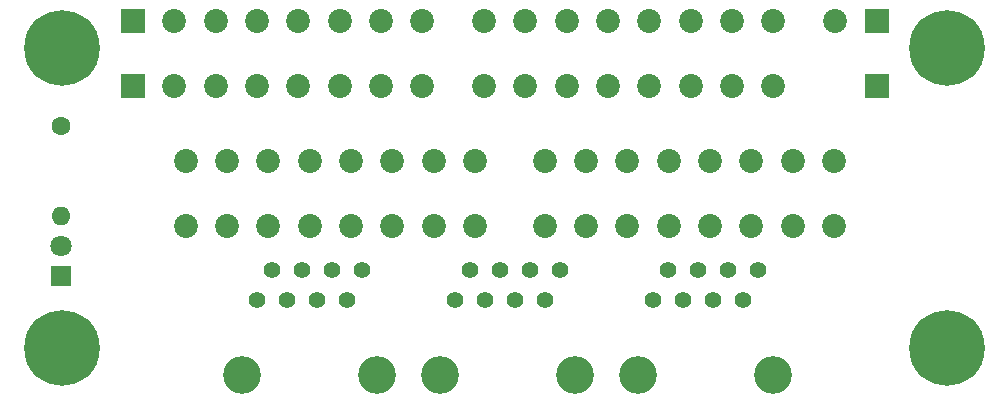
<source format=gbs>
G04 #@! TF.GenerationSoftware,KiCad,Pcbnew,7.0.7*
G04 #@! TF.CreationDate,2024-07-14T01:34:52-07:00*
G04 #@! TF.ProjectId,AnalogBox,416e616c-6f67-4426-9f78-2e6b69636164,rev?*
G04 #@! TF.SameCoordinates,Original*
G04 #@! TF.FileFunction,Soldermask,Bot*
G04 #@! TF.FilePolarity,Negative*
%FSLAX46Y46*%
G04 Gerber Fmt 4.6, Leading zero omitted, Abs format (unit mm)*
G04 Created by KiCad (PCBNEW 7.0.7) date 2024-07-14 01:34:52*
%MOMM*%
%LPD*%
G01*
G04 APERTURE LIST*
%ADD10C,1.600000*%
%ADD11O,1.600000X1.600000*%
%ADD12C,3.200400*%
%ADD13C,1.397000*%
%ADD14C,3.600000*%
%ADD15C,6.400000*%
%ADD16R,2.025000X2.025000*%
%ADD17C,2.025000*%
%ADD18R,1.800000X1.800000*%
%ADD19C,1.800000*%
G04 APERTURE END LIST*
D10*
X29110000Y-42140000D03*
D11*
X29110000Y-49760000D03*
D12*
X77999900Y-63284600D03*
X89429900Y-63284600D03*
D13*
X79269900Y-56934600D03*
X80539900Y-54394600D03*
X81809900Y-56934600D03*
X83079900Y-54394600D03*
X84349900Y-56934600D03*
X85619900Y-54394600D03*
X86889900Y-56934600D03*
X88159900Y-54394600D03*
D14*
X104140000Y-60960000D03*
D15*
X104140000Y-60960000D03*
D14*
X29210000Y-35560000D03*
D15*
X29210000Y-35560000D03*
D12*
X44430000Y-63284600D03*
X55860000Y-63284600D03*
D13*
X45700000Y-56934600D03*
X46970000Y-54394600D03*
X48240000Y-56934600D03*
X49510000Y-54394600D03*
X50780000Y-56934600D03*
X52050000Y-54394600D03*
X53320000Y-56934600D03*
X54590000Y-54394600D03*
D16*
X35230000Y-38790000D03*
X35230000Y-33290000D03*
D17*
X38730000Y-38790000D03*
X38730000Y-33290000D03*
X42230000Y-38790000D03*
X42230000Y-33290000D03*
X45730000Y-38790000D03*
X45730000Y-33290000D03*
X49230000Y-38790000D03*
X49230000Y-33290000D03*
X52730000Y-38790000D03*
X52730000Y-33290000D03*
X56230000Y-38790000D03*
X56230000Y-33290000D03*
X59730000Y-38790000D03*
X59730000Y-33290000D03*
D14*
X29210000Y-60960000D03*
D15*
X29210000Y-60960000D03*
D17*
X64965000Y-38790000D03*
X64965000Y-33290000D03*
X68465000Y-38790000D03*
X68465000Y-33290000D03*
X71965000Y-38790000D03*
X71965000Y-33290000D03*
X75465000Y-38790000D03*
X75465000Y-33290000D03*
X78965000Y-38790000D03*
X78965000Y-33290000D03*
X82465000Y-38790000D03*
X82465000Y-33290000D03*
X85965000Y-38790000D03*
X85965000Y-33290000D03*
X89465000Y-38790000D03*
X89465000Y-33290000D03*
X39690000Y-50660000D03*
X39690000Y-45160000D03*
X43190000Y-50660000D03*
X43190000Y-45160000D03*
X46690000Y-50660000D03*
X46690000Y-45160000D03*
X50190000Y-50660000D03*
X50190000Y-45160000D03*
X53690000Y-50660000D03*
X53690000Y-45160000D03*
X57190000Y-50660000D03*
X57190000Y-45160000D03*
X60690000Y-50660000D03*
X60690000Y-45160000D03*
X64190000Y-50660000D03*
X64190000Y-45160000D03*
D18*
X29110000Y-54880000D03*
D19*
X29110000Y-52340000D03*
D17*
X94700000Y-33290000D03*
D16*
X98200000Y-38790000D03*
X98200000Y-33290000D03*
D17*
X70090000Y-50660000D03*
X70090000Y-45160000D03*
X73590000Y-50660000D03*
X73590000Y-45160000D03*
X77090000Y-50660000D03*
X77090000Y-45160000D03*
X80590000Y-50660000D03*
X80590000Y-45160000D03*
X84090000Y-50660000D03*
X84090000Y-45160000D03*
X87590000Y-50660000D03*
X87590000Y-45160000D03*
X91090000Y-50660000D03*
X91090000Y-45160000D03*
X94590000Y-50660000D03*
X94590000Y-45160000D03*
D14*
X104140000Y-35560000D03*
D15*
X104140000Y-35560000D03*
D12*
X61229900Y-63284600D03*
X72659900Y-63284600D03*
D13*
X62499900Y-56934600D03*
X63769900Y-54394600D03*
X65039900Y-56934600D03*
X66309900Y-54394600D03*
X67579900Y-56934600D03*
X68849900Y-54394600D03*
X70119900Y-56934600D03*
X71389900Y-54394600D03*
M02*

</source>
